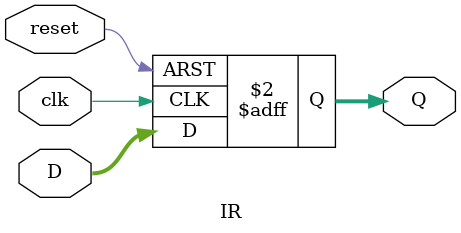
<source format=v>
module IR(
    input clk,
    input reset,
    input [15:0] D,
    output reg [15:0] Q
);

always @(posedge clk or posedge reset) begin
    if(reset) Q <= 16'b0;
    else Q <= D;
end

endmodule

</source>
